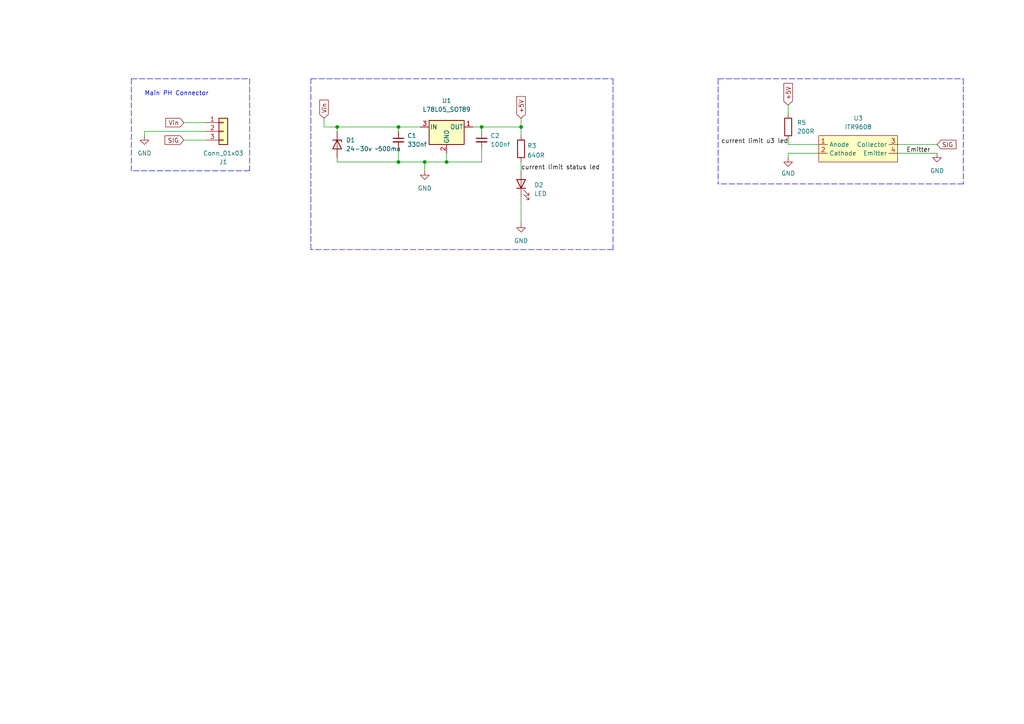
<source format=kicad_sch>
(kicad_sch (version 20211123) (generator eeschema)
  (paper "A4")
  (lib_symbols
    (symbol "Connector_Generic:Conn_01x03" (pin_names (offset 1.016) hide)
      (property "Reference" "J" (at 0 5.08 0))
      (property "Value" "Conn_01x03" (at 0 -5.08 0))
      (symbol "Conn_01x03_1_1"
        (rectangle (start -1.27 -2.413) (end 0 -2.667) (stroke (width 0.1524)))
        (rectangle (start -1.27 0.127) (end 0 -0.127) (stroke (width 0.1524)))
        (rectangle (start -1.27 2.667) (end 0 2.413) (stroke (width 0.1524)))
        (rectangle (start -1.27 3.81) (end 1.27 -3.81) (stroke (width 0.254)) (fill (type background)))
        (pin passive line (at -5.08 2.54 0) (length 3.81) (name "Pin_1") (number "1"))
        (pin passive line (at -5.08 0 0) (length 3.81) (name "Pin_2") (number "2"))
        (pin passive line (at -5.08 -2.54 0) (length 3.81) (name "Pin_3") (number "3"))
      )
    )
    (symbol "Device:C_Small" (pin_numbers hide) (pin_names (offset 0.254) hide)
      (property "Reference" "C" (at 0.254 1.778 0))
      (property "Value" "C_Small" (at 0.254 -2.032 0))
      (symbol "C_Small_0_1"
        (polyline (pts (xy -1.524 -0.508) (xy 1.524 -0.508)) (stroke (width 0.3302)))
        (polyline (pts (xy -1.524 0.508) (xy 1.524 0.508)) (stroke (width 0.3048)))
      )
      (symbol "C_Small_1_1"
        (pin passive line (at 0 2.54 270) (length 2.032) (name "~") (number "1"))
        (pin passive line (at 0 -2.54 90) (length 2.032) (name "~") (number "2"))
      )
    )
    (symbol "Device:D_Zener" (pin_numbers hide) (pin_names (offset 1.016) hide)
      (property "Reference" "D" (at 0 2.54 0))
      (property "Value" "D_Zener" (at 0 -2.54 0))
      (symbol "D_Zener_0_1"
        (polyline (pts (xy 1.27 0) (xy -1.27 0)))
        (polyline (pts (xy -1.27 -1.27) (xy -1.27 1.27) (xy -0.762 1.27)) (stroke (width 0.254)))
        (polyline (pts (xy 1.27 -1.27) (xy 1.27 1.27) (xy -1.27 0) (xy 1.27 -1.27)) (stroke (width 0.254)))
      )
      (symbol "D_Zener_1_1"
        (pin passive line (at -3.81 0 0) (length 2.54) (name "K") (number "1"))
        (pin passive line (at 3.81 0 180) (length 2.54) (name "A") (number "2"))
      )
    )
    (symbol "Device:LED" (pin_numbers hide) (pin_names (offset 1.016) hide)
      (property "Reference" "D" (at 0 2.54 0))
      (property "Value" "LED" (at 0 -2.54 0))
      (symbol "LED_0_1"
        (polyline (pts (xy -1.27 -1.27) (xy -1.27 1.27)) (stroke (width 0.254)))
        (polyline (pts (xy -1.27 0) (xy 1.27 0)))
        (polyline (pts (xy 1.27 -1.27) (xy 1.27 1.27) (xy -1.27 0) (xy 1.27 -1.27)) (stroke (width 0.254)))
        (polyline (pts (xy -3.048 -0.762) (xy -4.572 -2.286) (xy -3.81 -2.286) (xy -4.572 -2.286) (xy -4.572 -1.524)))
        (polyline (pts (xy -1.778 -0.762) (xy -3.302 -2.286) (xy -2.54 -2.286) (xy -3.302 -2.286) (xy -3.302 -1.524)))
      )
      (symbol "LED_1_1"
        (pin passive line (at -3.81 0 0) (length 2.54) (name "K") (number "1"))
        (pin passive line (at 3.81 0 180) (length 2.54) (name "A") (number "2"))
      )
    )
    (symbol "Device:R" (pin_numbers hide) (pin_names (offset 0))
      (property "Reference" "R" (at 2.032 0 90))
      (property "Value" "R" (at 0 0 90))
      (symbol "R_0_1"
        (rectangle (start -1.016 -2.54) (end 1.016 2.54) (stroke (width 0.254)))
      )
      (symbol "R_1_1"
        (pin passive line (at 0 3.81 270) (length 1.27) (name "~") (number "1"))
        (pin passive line (at 0 -3.81 90) (length 1.27) (name "~") (number "2"))
      )
    )
    (symbol "Regulator_Linear:L78L05_SOT89" (pin_names (offset 0.254))
      (property "Reference" "U" (at -3.81 3.175 0))
      (property "Value" "L78L05_SOT89" (at -0.635 3.175 0))
      (symbol "L78L05_SOT89_0_1"
        (rectangle (start -5.08 1.905) (end 5.08 -5.08) (stroke (width 0.254)) (fill (type background)))
      )
      (symbol "L78L05_SOT89_1_1"
        (pin power_out line (at 7.62 0 180) (length 2.54) (name "OUT") (number "1"))
        (pin power_in line (at 0 -7.62 90) (length 2.54) (name "GND") (number "2"))
        (pin power_in line (at -7.62 0 0) (length 2.54) (name "IN") (number "3"))
      )
    )
    (symbol "itr:ITR9608"
      (property "Reference" "U" (at 5.08 10.16 0))
      (property "Value" "ITR9608" (at 5.08 7.62 0))
      (symbol "ITR9608_0_1"
        (rectangle (start -5.08 5.08) (end 17.78 -2.54) (fill (type background)))
      )
      (symbol "ITR9608_1_1"
        (pin input line (at -5.08 2.54 0) (length 2.54) (name "Anode") (number "1"))
        (pin output line (at -5.08 0 0) (length 2.54) (name "Cathode") (number "2"))
        (pin open_collector line (at 17.78 2.54 180) (length 2.54) (name "Collector") (number "3"))
        (pin output line (at 17.78 0 180) (length 2.54) (name "Emitter") (number "4"))
      )
    )
    (symbol "power:GND" (power) (pin_names (offset 0))
      (property "Value" "GND" (at 0 -3.81 0))
      (symbol "GND_0_1"
        (polyline (pts (xy 0 0) (xy 0 -1.27) (xy 1.27 -1.27) (xy 0 -2.54) (xy -1.27 -1.27) (xy 0 -1.27)))
      )
      (symbol "GND_1_1"
        (pin power_in line (at 0 0 270) (length 0) hide (name "GND") (number "1"))
      )
    )
  )
  (junction (at 115.57 46.99))
  (junction (at 97.79 36.83))
  (junction (at 123.19 46.99))
  (junction (at 115.57 36.83))
  (junction (at 129.54 46.99))
  (junction (at 151.13 36.83))
  (junction (at 139.7 36.83))
  (wire (pts (xy 115.57 46.99) (xy 123.19 46.99)))
  (wire (pts (xy 97.79 45.72) (xy 97.79 46.99)))
  (wire (pts (xy 41.91 38.1) (xy 41.91 39.37)))
  (wire (pts (xy 260.35 41.91) (xy 271.78 41.91)))
  (wire (pts (xy 151.13 57.15) (xy 151.13 64.77)))
  (wire (pts (xy 228.6 44.45) (xy 237.49 44.45)))
  (wire (pts (xy 97.79 36.83) (xy 97.79 38.1)))
  (polyline (pts (xy 208.28 22.86) (xy 279.4 22.86)))
  (wire (pts (xy 97.79 36.83) (xy 115.57 36.83)))
  (polyline (pts (xy 279.4 22.86) (xy 279.4 53.34)))
  (polyline (pts (xy 72.39 22.86) (xy 72.39 49.53)))
  (wire (pts (xy 59.69 38.1) (xy 41.91 38.1)))
  (wire (pts (xy 228.6 41.91) (xy 237.49 41.91)))
  (wire (pts (xy 59.69 40.64) (xy 53.34 40.64)))
  (wire (pts (xy 260.35 44.45) (xy 271.78 44.45)))
  (polyline (pts (xy 90.17 22.86) (xy 177.8 22.86)))
  (wire (pts (xy 137.16 36.83) (xy 139.7 36.83)))
  (wire (pts (xy 97.79 46.99) (xy 115.57 46.99)))
  (polyline (pts (xy 72.39 49.53) (xy 38.1 49.53)))
  (wire (pts (xy 151.13 46.99) (xy 151.13 49.53)))
  (wire (pts (xy 115.57 36.83) (xy 115.57 38.1)))
  (wire (pts (xy 115.57 46.99) (xy 115.57 43.18)))
  (wire (pts (xy 228.6 45.72) (xy 228.6 44.45)))
  (wire (pts (xy 93.98 36.83) (xy 97.79 36.83)))
  (polyline (pts (xy 177.8 22.86) (xy 177.8 72.39)))
  (wire (pts (xy 228.6 30.48) (xy 228.6 33.02)))
  (wire (pts (xy 123.19 46.99) (xy 123.19 49.53)))
  (polyline (pts (xy 38.1 22.86) (xy 72.39 22.86)))
  (wire (pts (xy 139.7 36.83) (xy 139.7 38.1)))
  (polyline (pts (xy 279.4 53.34) (xy 208.28 53.34)))
  (wire (pts (xy 139.7 36.83) (xy 151.13 36.83)))
  (polyline (pts (xy 38.1 22.86) (xy 38.1 49.53)))
  (wire (pts (xy 123.19 46.99) (xy 129.54 46.99)))
  (wire (pts (xy 115.57 36.83) (xy 121.92 36.83)))
  (wire (pts (xy 151.13 34.29) (xy 151.13 36.83)))
  (polyline (pts (xy 90.17 72.39) (xy 90.17 22.86)))
  (wire (pts (xy 228.6 41.91) (xy 228.6 40.64)))
  (wire (pts (xy 139.7 46.99) (xy 139.7 43.18)))
  (wire (pts (xy 151.13 36.83) (xy 151.13 39.37)))
  (wire (pts (xy 129.54 46.99) (xy 139.7 46.99)))
  (wire (pts (xy 129.54 46.99) (xy 129.54 44.45)))
  (polyline (pts (xy 208.28 22.86) (xy 208.28 53.34)))
  (wire (pts (xy 93.98 34.29) (xy 93.98 36.83)))
  (wire (pts (xy 53.34 35.56) (xy 59.69 35.56)))
  (polyline (pts (xy 177.8 72.39) (xy 90.17 72.39)))
  (text "Main PH Connector" (at 41.91 27.94 0) (effects (font (size 1.27 1.27)) (justify left bottom)))
  (label "current limit status led" (at 151.13 49.53 0))
  (label "current limit u3 led" (at 228.6 41.91 180))
  (label "Emitter" (at 262.89 44.45 0))
  (global_label "SIG" (shape input) (at 271.78 41.91 0) (property "Intersheet References" "${INTERSHEET_REFS}" (effects hide)))
  (global_label "+5V" (shape input) (at 228.6 30.48 90) (property "Intersheet References" "${INTERSHEET_REFS}" (effects hide)))
  (global_label "Vin" (shape input) (at 53.34 35.56 180) (property "Intersheet References" "${INTERSHEET_REFS}" (effects hide)))
  (global_label "SIG" (shape input) (at 53.34 40.64 180) (property "Intersheet References" "${INTERSHEET_REFS}" (effects hide)))
  (global_label "Vin" (shape input) (at 93.98 34.29 90) (property "Intersheet References" "${INTERSHEET_REFS}" (effects hide)))
  (global_label "+5V" (shape input) (at 151.13 34.29 90) (property "Intersheet References" "${INTERSHEET_REFS}" (effects hide)))
  (symbol (lib_id "power:GND") (at 41.91 39.37 0) (unit 1)
    (property "Reference" "#PWR0102" (effects hide))
    (property "Value" "GND" (at 41.91 44.45 0))
  )
  (symbol (lib_id "Device:LED") (at 151.13 53.34 90) (unit 1)
    (property "Reference" "D2" (at 154.94 53.6574 90) (effects (justify right)))
    (property "Value" "LED" (at 154.94 56.1974 90) (effects (justify right)))
    (property "Footprint" "LED_SMD:LED_0603_1608Metric" (effects hide))
  )
  (symbol (lib_id "Regulator_Linear:L78L05_SOT89") (at 129.54 36.83 0) (unit 1)
    (property "Reference" "U1" (at 129.54 29.21 0))
    (property "Value" "L78L05_SOT89" (at 129.54 31.75 0))
    (property "Footprint" "Package_TO_SOT_SMD:SOT-89-3" (effects hide))
    (property "Datasheet" "http://www.st.com/content/ccc/resource/technical/document/datasheet/15/55/e5/aa/23/5b/43/fd/CD00000446.pdf/files/CD00000446.pdf/jcr:content/translations/en.CD00000446.pdf" (effects hide))
  )
  (symbol (lib_id "Device:C_Small") (at 115.57 40.64 0) (unit 1)
    (property "Reference" "C1" (at 118.11 39.37 0) (effects (justify left)))
    (property "Value" "330nf" (at 118.11 41.91 0) (effects (justify left)))
    (property "Footprint" "Capacitor_SMD:C_0603_1608Metric" (effects hide))
  )
  (symbol (lib_id "power:GND") (at 151.13 64.77 0) (unit 1)
    (property "Reference" "#PWR0101" (effects hide))
    (property "Value" "GND" (at 151.13 69.85 0))
  )
  (symbol (lib_id "power:GND") (at 123.19 49.53 0) (unit 1)
    (property "Reference" "#PWR0103" (effects hide))
    (property "Value" "GND" (at 123.19 54.61 0))
  )
  (symbol (lib_id "itr:ITR9608") (at 242.57 44.45 0) (unit 1)
    (property "Reference" "U3" (at 248.92 34.29 0))
    (property "Value" "ITR9608" (at 248.92 36.83 0))
    (property "Footprint" "OptoDevice:itr9608r" (effects hide))
  )
  (symbol (lib_id "Device:D_Zener") (at 97.79 41.91 270) (unit 1)
    (property "Reference" "D1" (at 100.33 40.6399 90) (effects (justify left)))
    (property "Value" "24-30v ~500ma" (at 100.33 43.1799 90) (effects (justify left)))
    (property "Footprint" "Diode_SMD:D_SOD-123" (effects hide))
  )
  (symbol (lib_id "Device:C_Small") (at 139.7 40.64 0) (unit 1)
    (property "Reference" "C2" (at 142.24 39.3762 0) (effects (justify left)))
    (property "Value" "100nf" (at 142.24 41.9162 0) (effects (justify left)))
    (property "Footprint" "Capacitor_SMD:C_0603_1608Metric" (effects hide))
  )
  (symbol (lib_id "power:GND") (at 228.6 45.72 0) (unit 1)
    (property "Reference" "#PWR0106" (effects hide))
    (property "Value" "GND" (at 228.6 50.2825 0))
  )
  (symbol (lib_id "Device:R") (at 151.13 43.18 0) (unit 1)
    (property "Reference" "R3" (at 152.908 42.2715 0) (effects (justify left)))
    (property "Value" "640R" (at 152.908 45.0466 0) (effects (justify left)))
    (property "Footprint" "Resistor_SMD:R_0603_1608Metric" (effects hide))
  )
  (symbol (lib_id "Device:R") (at 228.6 36.83 0) (unit 1)
    (property "Reference" "R5" (at 231.14 35.5599 0) (effects (justify left)))
    (property "Value" "200R" (at 231.14 38.0999 0) (effects (justify left)))
    (property "Footprint" "Resistor_SMD:R_0603_1608Metric" (effects hide))
  )
  (symbol (lib_id "power:GND") (at 271.78 44.45 0) (unit 1)
    (property "Reference" "#PWR0105" (effects hide))
    (property "Value" "GND" (at 271.78 49.53 0))
  )
  (symbol (lib_id "Connector_Generic:Conn_01x03") (at 64.77 38.1 0) (unit 1)
    (property "Reference" "J1" (at 64.77 46.99 0))
    (property "Value" "Conn_01x03" (at 64.77 44.45 0))
    (property "Footprint" "Connector_JST:JST_PH_S3B-PH-K_1x03_P2.00mm_Horizontal" (effects hide))
  )
)
</source>
